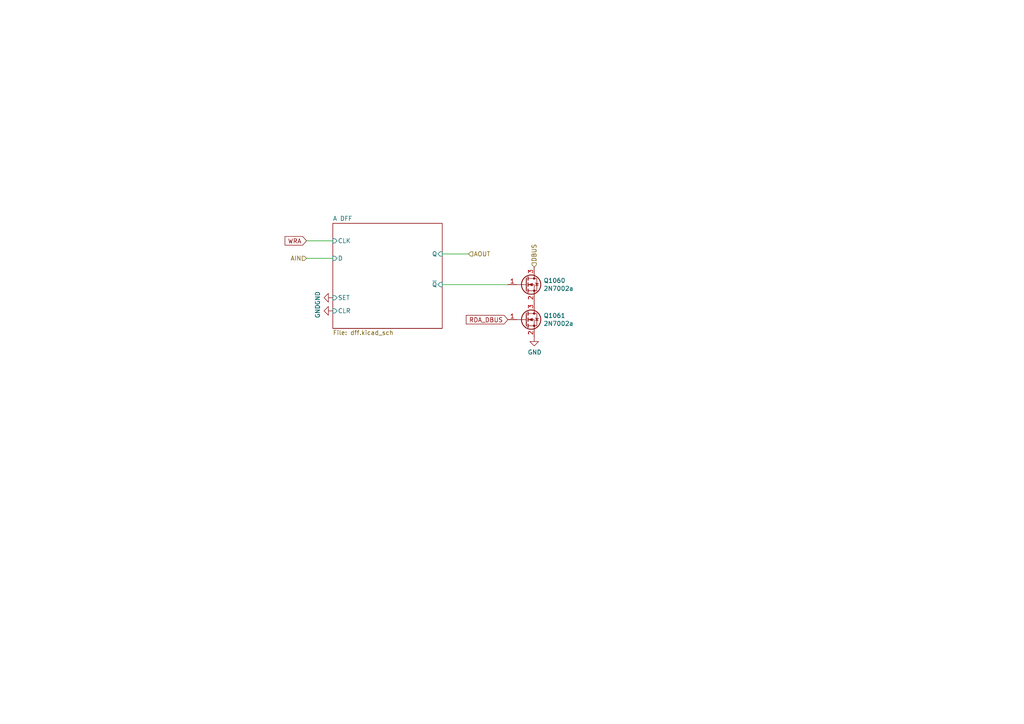
<source format=kicad_sch>
(kicad_sch (version 20210126) (generator eeschema)
  (paper "A4")
  (title_block (title "Q2 A Register Bit") (date "2021-02-05") (rev "1") (company "joewing.net"))
  (lib_symbols
    (symbol "Transistor_FET:2N7002" (pin_names hide)
      (property "Reference" "Q" (at 5.08 1.905 0))
      (property "Value" "2N7002" (at 5.08 0 0))
      (symbol "2N7002_0_1"
        (circle (center 1.651 0) (radius 2.794) (stroke (width 0.254)))
        (circle (center 2.54 -1.778) (radius 0.254) (fill (type outline)))
        (circle (center 2.54 1.778) (radius 0.254) (fill (type outline)))
        (polyline (pts (xy 0.254 0) (xy -2.54 0)))
        (polyline (pts (xy 0.254 1.905) (xy 0.254 -1.905)) (stroke (width 0.254)))
        (polyline (pts (xy 0.762 -1.27) (xy 0.762 -2.286)) (stroke (width 0.254)))
        (polyline (pts (xy 0.762 0.508) (xy 0.762 -0.508)) (stroke (width 0.254)))
        (polyline (pts (xy 0.762 2.286) (xy 0.762 1.27)) (stroke (width 0.254)))
        (polyline (pts (xy 2.54 2.54) (xy 2.54 1.778)))
        (polyline (pts (xy 2.54 -2.54) (xy 2.54 0) (xy 0.762 0)))
        (polyline (pts (xy 0.762 -1.778) (xy 3.302 -1.778) (xy 3.302 1.778) (xy 0.762 1.778)))
        (polyline (pts (xy 1.016 0) (xy 2.032 0.381) (xy 2.032 -0.381) (xy 1.016 0)) (fill (type outline)))
        (polyline (pts (xy 2.794 0.508) (xy 2.921 0.381) (xy 3.683 0.381) (xy 3.81 0.254)))
        (polyline (pts (xy 3.302 0.381) (xy 2.921 -0.254) (xy 3.683 -0.254) (xy 3.302 0.381)))
      )
      (symbol "2N7002_1_1"
        (pin input line (at -5.08 0 0) (length 2.54) (name "G") (number "1"))
        (pin passive line (at 2.54 -5.08 90) (length 2.54) (name "S") (number "2"))
        (pin passive line (at 2.54 5.08 270) (length 2.54) (name "D") (number "3"))
      )
    )
    (symbol "power:GND" (power) (pin_names (offset 0))
      (property "Value" "GND" (at 0 -3.81 0))
      (symbol "GND_0_1"
        (polyline (pts (xy 0 0) (xy 0 -1.27) (xy 1.27 -1.27) (xy 0 -2.54) (xy -1.27 -1.27) (xy 0 -1.27)))
      )
      (symbol "GND_1_1"
        (pin power_in line (at 0 0 270) (length 0) hide (name "GND") (number "1"))
      )
    )
  )
  (wire (pts (xy 88.9 69.85) (xy 96.52 69.85)))
  (wire (pts (xy 88.9 74.93) (xy 96.52 74.93)))
  (wire (pts (xy 128.27 73.66) (xy 135.89 73.66)))
  (wire (pts (xy 128.27 82.55) (xy 147.32 82.55)))
  (global_label "WRA" (shape input) (at 88.9 69.85 180) (property "Intersheet References" "${INTERSHEET_REFS}" (effects hide)))
  (global_label "RDA_DBUS" (shape input) (at 147.32 92.71 180) (property "Intersheet References" "${INTERSHEET_REFS}" (effects hide)))
  (hierarchical_label "AIN" (shape input) (at 88.9 74.93 180))
  (hierarchical_label "AOUT" (shape input) (at 135.89 73.66 0))
  (hierarchical_label "DBUS" (shape input) (at 154.94 77.47 90))
  (symbol (lib_id "power:GND") (at 96.52 86.36 270)
    (property "Reference" "#PWR0961" (effects hide))
    (property "Value" "GND" (at 92.1258 86.487 0))
  )
  (symbol (lib_id "power:GND") (at 96.52 90.17 270)
    (property "Reference" "#PWR0962" (effects hide))
    (property "Value" "GND" (at 92.1258 90.297 0))
  )
  (symbol (lib_id "power:GND") (at 154.94 97.79 0)
    (property "Reference" "#PWR0963" (effects hide))
    (property "Value" "GND" (at 155.067 102.1842 0))
  )
  (symbol (lib_id "Transistor_FET:2N7002") (at 152.4 82.55 0)
    (property "Reference" "Q1060" (at 157.6324 81.3816 0) (effects (justify left)))
    (property "Value" "2N7002a" (at 157.6324 83.693 0) (effects (justify left)))
    (property "Footprint" "Package_TO_SOT_SMD:SOT-23" (effects hide))
    (property "Datasheet" "https://www.fairchildsemi.com/datasheets/2N/2N7002.pdf" (effects hide))
    (property "LCSC" "C8545" (effects hide))
  )
  (symbol (lib_id "Transistor_FET:2N7002") (at 152.4 92.71 0)
    (property "Reference" "Q1061" (at 157.6324 91.5416 0) (effects (justify left)))
    (property "Value" "2N7002a" (at 157.6324 93.853 0) (effects (justify left)))
    (property "Footprint" "Package_TO_SOT_SMD:SOT-23" (effects hide))
    (property "Datasheet" "https://www.fairchildsemi.com/datasheets/2N/2N7002.pdf" (effects hide))
    (property "LCSC" "C8545" (effects hide))
  )
  (sheet (at 96.52 64.77) (size 31.75 30.48)
    (property "Sheet name" "A DFF" (at 96.52 64.1345 0) (effects (justify left bottom)))
    (property "Sheet file" "dff.kicad_sch" (at 96.52 95.7585 0) (effects (justify left top)))
    (pin "Q" input (at 128.27 73.66 0))
    (pin "~Q" input (at 128.27 82.55 0))
    (pin "CLK" input (at 96.52 69.85 180))
    (pin "D" input (at 96.52 74.93 180))
    (pin "SET" input (at 96.52 86.36 180))
    (pin "CLR" input (at 96.52 90.17 180))
  )
)
</source>
